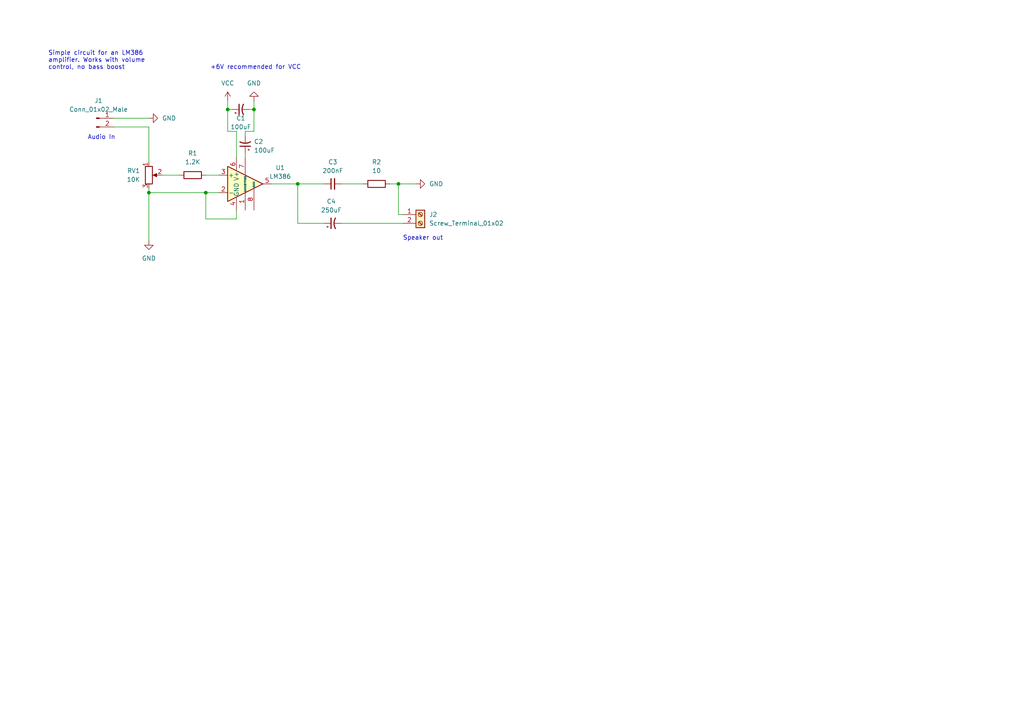
<source format=kicad_sch>
(kicad_sch (version 20211123) (generator eeschema)
  (paper "A4")
  (lib_symbols
    (symbol "Amplifier_Audio:LM386" (pin_names (offset 0.127))
      (property "Reference" "U" (at 1.27 7.62 0))
      (property "Value" "LM386" (at 1.27 5.08 0))
      (symbol "LM386_0_1"
        (polyline (pts (xy 5.08 0) (xy -5.08 5.08) (xy -5.08 -5.08) (xy 5.08 0)) (stroke (width 0.254)) (fill (type background)))
      )
      (symbol "LM386_1_1"
        (pin input line (at 0 -7.62 90) (length 5.08) (name "GAIN") (number "1"))
        (pin input line (at -7.62 -2.54 0) (length 2.54) (name "-") (number "2"))
        (pin input line (at -7.62 2.54 0) (length 2.54) (name "+") (number "3"))
        (pin power_in line (at -2.54 -7.62 90) (length 3.81) (name "GND") (number "4"))
        (pin output line (at 7.62 0 180) (length 2.54) (name "~") (number "5"))
        (pin power_in line (at -2.54 7.62 270) (length 3.81) (name "V+") (number "6"))
        (pin input line (at 0 7.62 270) (length 5.08) (name "BYPASS") (number "7"))
        (pin input line (at 2.54 -7.62 90) (length 6.35) (name "GAIN") (number "8"))
      )
    )
    (symbol "Connector:Conn_01x02_Male" (pin_names (offset 1.016) hide)
      (property "Reference" "J" (at 0 2.54 0))
      (property "Value" "Conn_01x02_Male" (at 0 -5.08 0))
      (symbol "Conn_01x02_Male_1_1"
        (polyline (pts (xy 1.27 -2.54) (xy 0.8636 -2.54)) (stroke (width 0.1524)))
        (polyline (pts (xy 1.27 0) (xy 0.8636 0)) (stroke (width 0.1524)))
        (rectangle (start 0.8636 -2.413) (end 0 -2.667) (stroke (width 0.1524)) (fill (type outline)))
        (rectangle (start 0.8636 0.127) (end 0 -0.127) (stroke (width 0.1524)) (fill (type outline)))
        (pin passive line (at 5.08 0 180) (length 3.81) (name "Pin_1") (number "1"))
        (pin passive line (at 5.08 -2.54 180) (length 3.81) (name "Pin_2") (number "2"))
      )
    )
    (symbol "Connector:Screw_Terminal_01x02" (pin_names (offset 1.016) hide)
      (property "Reference" "J" (at 0 2.54 0))
      (property "Value" "Screw_Terminal_01x02" (at 0 -5.08 0))
      (symbol "Screw_Terminal_01x02_1_1"
        (rectangle (start -1.27 1.27) (end 1.27 -3.81) (stroke (width 0.254)) (fill (type background)))
        (circle (center 0 -2.54) (radius 0.635) (stroke (width 0.1524)))
        (polyline (pts (xy -0.5334 -2.2098) (xy 0.3302 -3.048)) (stroke (width 0.1524)))
        (polyline (pts (xy -0.5334 0.3302) (xy 0.3302 -0.508)) (stroke (width 0.1524)))
        (polyline (pts (xy -0.3556 -2.032) (xy 0.508 -2.8702)) (stroke (width 0.1524)))
        (polyline (pts (xy -0.3556 0.508) (xy 0.508 -0.3302)) (stroke (width 0.1524)))
        (circle (center 0 0) (radius 0.635) (stroke (width 0.1524)))
        (pin passive line (at -5.08 0 0) (length 3.81) (name "Pin_1") (number "1"))
        (pin passive line (at -5.08 -2.54 0) (length 3.81) (name "Pin_2") (number "2"))
      )
    )
    (symbol "Device:C_Polarized_Small_US" (pin_numbers hide) (pin_names (offset 0.254) hide)
      (property "Reference" "C" (at 0.254 1.778 0))
      (property "Value" "C_Polarized_Small_US" (at 0.254 -2.032 0))
      (symbol "C_Polarized_Small_US_0_1"
        (polyline (pts (xy -1.524 0.508) (xy 1.524 0.508)) (stroke (width 0.3048)))
        (polyline (pts (xy -1.27 1.524) (xy -0.762 1.524)))
        (polyline (pts (xy -1.016 1.27) (xy -1.016 1.778)))
        (arc (start 1.524 -0.762) (mid 0 -0.3734) (end -1.524 -0.762) (stroke (width 0.3048)))
      )
      (symbol "C_Polarized_Small_US_1_1"
        (pin passive line (at 0 2.54 270) (length 2.032) (name "~") (number "1"))
        (pin passive line (at 0 -2.54 90) (length 2.032) (name "~") (number "2"))
      )
    )
    (symbol "Device:C_Small" (pin_numbers hide) (pin_names (offset 0.254) hide)
      (property "Reference" "C" (at 0.254 1.778 0))
      (property "Value" "C_Small" (at 0.254 -2.032 0))
      (symbol "C_Small_0_1"
        (polyline (pts (xy -1.524 -0.508) (xy 1.524 -0.508)) (stroke (width 0.3302)))
        (polyline (pts (xy -1.524 0.508) (xy 1.524 0.508)) (stroke (width 0.3048)))
      )
      (symbol "C_Small_1_1"
        (pin passive line (at 0 2.54 270) (length 2.032) (name "~") (number "1"))
        (pin passive line (at 0 -2.54 90) (length 2.032) (name "~") (number "2"))
      )
    )
    (symbol "Device:R" (pin_numbers hide) (pin_names (offset 0))
      (property "Reference" "R" (at 2.032 0 90))
      (property "Value" "R" (at 0 0 90))
      (symbol "R_0_1"
        (rectangle (start -1.016 -2.54) (end 1.016 2.54) (stroke (width 0.254)))
      )
      (symbol "R_1_1"
        (pin passive line (at 0 3.81 270) (length 1.27) (name "~") (number "1"))
        (pin passive line (at 0 -3.81 90) (length 1.27) (name "~") (number "2"))
      )
    )
    (symbol "Device:R_Potentiometer" (pin_names (offset 1.016) hide)
      (property "Reference" "RV" (at -4.445 0 90))
      (property "Value" "R_Potentiometer" (at -2.54 0 90))
      (symbol "R_Potentiometer_0_1"
        (polyline (pts (xy 2.54 0) (xy 1.524 0)))
        (polyline (pts (xy 1.143 0) (xy 2.286 0.508) (xy 2.286 -0.508) (xy 1.143 0)) (fill (type outline)))
        (rectangle (start 1.016 2.54) (end -1.016 -2.54) (stroke (width 0.254)))
      )
      (symbol "R_Potentiometer_1_1"
        (pin passive line (at 0 3.81 270) (length 1.27) (name "1") (number "1"))
        (pin passive line (at 3.81 0 180) (length 1.27) (name "2") (number "2"))
        (pin passive line (at 0 -3.81 90) (length 1.27) (name "3") (number "3"))
      )
    )
    (symbol "power:GND" (power) (pin_names (offset 0))
      (property "Value" "GND" (at 0 -3.81 0))
      (symbol "GND_0_1"
        (polyline (pts (xy 0 0) (xy 0 -1.27) (xy 1.27 -1.27) (xy 0 -2.54) (xy -1.27 -1.27) (xy 0 -1.27)))
      )
      (symbol "GND_1_1"
        (pin power_in line (at 0 0 270) (length 0) hide (name "GND") (number "1"))
      )
    )
    (symbol "power:VCC" (power) (pin_names (offset 0))
      (property "Value" "VCC" (at 0 3.81 0))
      (symbol "VCC_0_1"
        (polyline (pts (xy -0.762 1.27) (xy 0 2.54)))
        (polyline (pts (xy 0 0) (xy 0 2.54)))
        (polyline (pts (xy 0 2.54) (xy 0.762 1.27)))
      )
      (symbol "VCC_1_1"
        (pin power_in line (at 0 0 90) (length 0) hide (name "VCC") (number "1"))
      )
    )
  )
  (junction (at 86.36 53.34))
  (junction (at 115.57 53.34))
  (junction (at 73.66 31.75))
  (junction (at 59.69 55.88))
  (junction (at 43.18 55.88))
  (junction (at 66.04 31.75))
  (wire (pts (xy 78.74 53.34) (xy 86.36 53.34)))
  (wire (pts (xy 99.06 53.34) (xy 105.41 53.34)))
  (wire (pts (xy 113.03 53.34) (xy 115.57 53.34)))
  (wire (pts (xy 115.57 53.34) (xy 115.57 62.23)))
  (wire (pts (xy 86.36 64.77) (xy 93.98 64.77)))
  (wire (pts (xy 71.12 39.37) (xy 71.12 38.1)))
  (wire (pts (xy 59.69 55.88) (xy 63.5 55.88)))
  (wire (pts (xy 116.84 62.23) (xy 115.57 62.23)))
  (wire (pts (xy 66.04 38.1) (xy 68.58 38.1)))
  (wire (pts (xy 86.36 53.34) (xy 93.98 53.34)))
  (wire (pts (xy 43.18 55.88) (xy 59.69 55.88)))
  (wire (pts (xy 99.06 64.77) (xy 116.84 64.77)))
  (wire (pts (xy 59.69 55.88) (xy 59.69 63.5)))
  (wire (pts (xy 115.57 53.34) (xy 120.65 53.34)))
  (wire (pts (xy 73.66 29.21) (xy 73.66 31.75)))
  (wire (pts (xy 68.58 63.5) (xy 68.58 60.96)))
  (wire (pts (xy 33.02 34.29) (xy 43.18 34.29)))
  (wire (pts (xy 33.02 36.83) (xy 43.18 36.83)))
  (wire (pts (xy 72.39 31.75) (xy 73.66 31.75)))
  (wire (pts (xy 66.04 29.21) (xy 66.04 31.75)))
  (wire (pts (xy 86.36 53.34) (xy 86.36 64.77)))
  (wire (pts (xy 73.66 31.75) (xy 73.66 38.1)))
  (wire (pts (xy 43.18 36.83) (xy 43.18 46.99)))
  (wire (pts (xy 68.58 38.1) (xy 68.58 45.72)))
  (wire (pts (xy 71.12 44.45) (xy 71.12 45.72)))
  (wire (pts (xy 43.18 55.88) (xy 43.18 69.85)))
  (wire (pts (xy 66.04 31.75) (xy 66.04 38.1)))
  (wire (pts (xy 59.69 50.8) (xy 63.5 50.8)))
  (wire (pts (xy 59.69 63.5) (xy 68.58 63.5)))
  (wire (pts (xy 71.12 38.1) (xy 73.66 38.1)))
  (wire (pts (xy 46.99 50.8) (xy 52.07 50.8)))
  (wire (pts (xy 66.04 31.75) (xy 67.31 31.75)))
  (wire (pts (xy 43.18 54.61) (xy 43.18 55.88)))
  (text "Speaker out" (at 116.84 69.85 0) (effects (font (size 1.27 1.27)) (justify left bottom)))
  (text "Simple circuit for an LM386 \namplifier. Works with volume\ncontrol, no bass boost" (at 13.97 20.32 0) (effects (font (size 1.27 1.27)) (justify left bottom)))
  (text "Audio In" (at 25.4 40.64 0) (effects (font (size 1.27 1.27)) (justify left bottom)))
  (text "+6V recommended for VCC" (at 60.96 20.32 0) (effects (font (size 1.27 1.27)) (justify left bottom)))
  (symbol (lib_id "power:GND") (at 43.18 34.29 90) (unit 1)
    (property "Reference" "#PWR01" (effects hide))
    (property "Value" "GND" (at 46.99 34.2899 90) (effects (justify right)))
  )
  (symbol (lib_id "Device:C_Polarized_Small_US") (at 71.12 41.91 180) (unit 1)
    (property "Reference" "C2" (at 73.66 41.0717 0) (effects (justify right)))
    (property "Value" "100uF" (at 73.66 43.6117 0) (effects (justify right)))
  )
  (symbol (lib_id "power:GND") (at 43.18 69.85 0) (unit 1)
    (property "Reference" "#PWR02" (effects hide))
    (property "Value" "GND" (at 43.18 74.93 0))
  )
  (symbol (lib_id "Device:R_Potentiometer") (at 43.18 50.8 0) (unit 1)
    (property "Reference" "RV1" (at 40.64 49.5299 0) (effects (justify right)))
    (property "Value" "10K" (at 40.64 52.0699 0) (effects (justify right)))
  )
  (symbol (lib_id "power:GND") (at 73.66 29.21 180) (unit 1)
    (property "Reference" "#PWR04" (effects hide))
    (property "Value" "GND" (at 73.66 24.13 0))
  )
  (symbol (lib_id "power:GND") (at 120.65 53.34 90) (unit 1)
    (property "Reference" "#PWR05" (effects hide))
    (property "Value" "GND" (at 124.46 53.3399 90) (effects (justify right)))
  )
  (symbol (lib_id "power:VCC") (at 66.04 29.21 0) (unit 1)
    (property "Reference" "#PWR03" (effects hide))
    (property "Value" "VCC" (at 66.04 24.13 0))
  )
  (symbol (lib_id "Device:C_Polarized_Small_US") (at 69.85 31.75 90) (unit 1)
    (property "Reference" "C1" (at 69.85 34.29 90))
    (property "Value" "100uF" (at 69.85 36.83 90))
  )
  (symbol (lib_id "Connector:Conn_01x02_Male") (at 27.94 34.29 0) (unit 1)
    (property "Reference" "J1" (at 28.575 29.21 0))
    (property "Value" "Conn_01x02_Male" (at 28.575 31.75 0))
  )
  (symbol (lib_id "Device:R") (at 109.22 53.34 90) (unit 1)
    (property "Reference" "R2" (at 109.22 46.99 90))
    (property "Value" "10" (at 109.22 49.53 90))
  )
  (symbol (lib_id "Device:C_Small") (at 96.52 53.34 90) (unit 1)
    (property "Reference" "C3" (at 96.5263 46.99 90))
    (property "Value" "200nF" (at 96.5263 49.53 90))
  )
  (symbol (lib_id "Amplifier_Audio:LM386") (at 71.12 53.34 0) (unit 1)
    (property "Reference" "U1" (at 81.28 48.641 0))
    (property "Value" "LM386" (at 81.28 51.181 0))
    (property "Datasheet" "http://www.ti.com/lit/ds/symlink/lm386.pdf" (effects hide))
  )
  (symbol (lib_id "Connector:Screw_Terminal_01x02") (at 121.92 62.23 0) (unit 1)
    (property "Reference" "J2" (at 124.46 62.2299 0) (effects (justify left)))
    (property "Value" "Screw_Terminal_01x02" (at 124.46 64.7699 0) (effects (justify left)))
  )
  (symbol (lib_id "Device:R") (at 55.88 50.8 90) (unit 1)
    (property "Reference" "R1" (at 55.88 44.45 90))
    (property "Value" "1.2K" (at 55.88 46.99 90))
  )
  (symbol (lib_id "Device:C_Polarized_Small_US") (at 96.52 64.77 90) (unit 1)
    (property "Reference" "C4" (at 96.0882 58.42 90))
    (property "Value" "250uF" (at 96.0882 60.96 90))
  )
)
</source>
